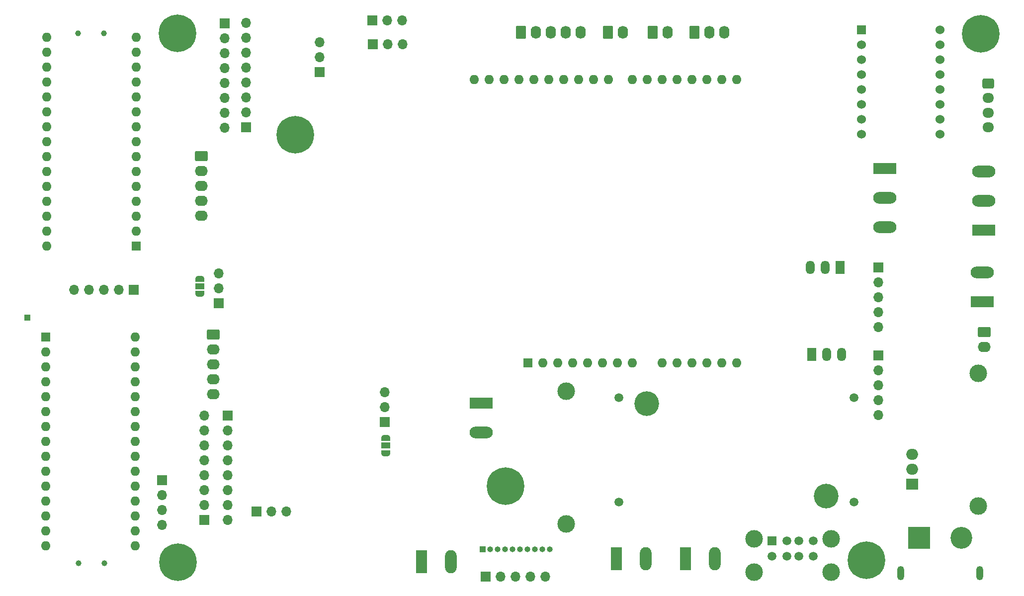
<source format=gbr>
%TF.GenerationSoftware,KiCad,Pcbnew,(6.0.0)*%
%TF.CreationDate,2022-05-16T13:53:17+01:00*%
%TF.ProjectId,RemoteLabs_supervisor_PCB,52656d6f-7465-44c6-9162-735f73757065,rev?*%
%TF.SameCoordinates,Original*%
%TF.FileFunction,Soldermask,Bot*%
%TF.FilePolarity,Negative*%
%FSLAX46Y46*%
G04 Gerber Fmt 4.6, Leading zero omitted, Abs format (unit mm)*
G04 Created by KiCad (PCBNEW (6.0.0)) date 2022-05-16 13:53:17*
%MOMM*%
%LPD*%
G01*
G04 APERTURE LIST*
G04 Aperture macros list*
%AMRoundRect*
0 Rectangle with rounded corners*
0 $1 Rounding radius*
0 $2 $3 $4 $5 $6 $7 $8 $9 X,Y pos of 4 corners*
0 Add a 4 corners polygon primitive as box body*
4,1,4,$2,$3,$4,$5,$6,$7,$8,$9,$2,$3,0*
0 Add four circle primitives for the rounded corners*
1,1,$1+$1,$2,$3*
1,1,$1+$1,$4,$5*
1,1,$1+$1,$6,$7*
1,1,$1+$1,$8,$9*
0 Add four rect primitives between the rounded corners*
20,1,$1+$1,$2,$3,$4,$5,0*
20,1,$1+$1,$4,$5,$6,$7,0*
20,1,$1+$1,$6,$7,$8,$9,0*
20,1,$1+$1,$8,$9,$2,$3,0*%
%AMFreePoly0*
4,1,22,0.550000,-0.750000,0.000000,-0.750000,0.000000,-0.745033,-0.079941,-0.743568,-0.215256,-0.701293,-0.333266,-0.622738,-0.424486,-0.514219,-0.481581,-0.384460,-0.499164,-0.250000,-0.500000,-0.250000,-0.500000,0.250000,-0.499164,0.250000,-0.499963,0.256109,-0.478152,0.396186,-0.417904,0.524511,-0.324060,0.630769,-0.204165,0.706417,-0.067858,0.745374,0.000000,0.744959,0.000000,0.750000,
0.550000,0.750000,0.550000,-0.750000,0.550000,-0.750000,$1*%
%AMFreePoly1*
4,1,20,0.000000,0.744959,0.073905,0.744508,0.209726,0.703889,0.328688,0.626782,0.421226,0.519385,0.479903,0.390333,0.500000,0.250000,0.500000,-0.250000,0.499851,-0.262216,0.476331,-0.402017,0.414519,-0.529596,0.319384,-0.634700,0.198574,-0.708877,0.061801,-0.746166,0.000000,-0.745033,0.000000,-0.750000,-0.550000,-0.750000,-0.550000,0.750000,0.000000,0.750000,0.000000,0.744959,
0.000000,0.744959,$1*%
G04 Aperture macros list end*
%ADD10R,1.700000X1.700000*%
%ADD11O,1.700000X1.700000*%
%ADD12RoundRect,0.250000X-0.725000X0.600000X-0.725000X-0.600000X0.725000X-0.600000X0.725000X0.600000X0*%
%ADD13O,1.950000X1.700000*%
%ADD14C,3.000000*%
%ADD15R,1.980000X3.960000*%
%ADD16O,1.980000X3.960000*%
%ADD17R,3.960000X1.980000*%
%ADD18O,3.960000X1.980000*%
%ADD19RoundRect,0.250000X-0.620000X-0.845000X0.620000X-0.845000X0.620000X0.845000X-0.620000X0.845000X0*%
%ADD20O,1.740000X2.190000*%
%ADD21R,1.500000X2.300000*%
%ADD22O,1.500000X2.300000*%
%ADD23R,1.000000X1.000000*%
%ADD24O,1.000000X1.000000*%
%ADD25RoundRect,0.250000X-0.845000X0.620000X-0.845000X-0.620000X0.845000X-0.620000X0.845000X0.620000X0*%
%ADD26O,2.190000X1.740000*%
%ADD27C,0.800000*%
%ADD28C,6.400000*%
%ADD29C,4.200000*%
%ADD30C,1.500000*%
%ADD31R,1.600000X1.600000*%
%ADD32O,1.600000X1.600000*%
%ADD33C,3.716000*%
%ADD34R,3.716000X3.716000*%
%ADD35O,1.200000X2.400000*%
%ADD36C,1.000000*%
%ADD37R,2.000000X1.905000*%
%ADD38O,2.000000X1.905000*%
%ADD39R,1.500000X1.500000*%
%ADD40R,1.524000X1.524000*%
%ADD41C,1.524000*%
%ADD42FreePoly0,90.000000*%
%ADD43R,1.500000X1.000000*%
%ADD44FreePoly1,90.000000*%
G04 APERTURE END LIST*
D10*
%TO.C,J20*%
X110439200Y-24942800D03*
D11*
X112979200Y-24942800D03*
X115519200Y-24942800D03*
%TD*%
D12*
%TO.C,J19*%
X215392000Y-35690800D03*
D13*
X215392000Y-38190800D03*
X215392000Y-40690800D03*
X215392000Y-43190800D03*
%TD*%
D14*
%TO.C,F2*%
X143510000Y-88138000D03*
X143510000Y-110738000D03*
%TD*%
D15*
%TO.C,J31*%
X152044400Y-116636800D03*
D16*
X157044400Y-116636800D03*
%TD*%
D17*
%TO.C,J17*%
X197805200Y-50178600D03*
D18*
X197805200Y-55178600D03*
X197805200Y-60178600D03*
%TD*%
D10*
%TO.C,J15*%
X101498400Y-33782000D03*
D11*
X101498400Y-31242000D03*
X101498400Y-28702000D03*
%TD*%
D19*
%TO.C,J24*%
X158242000Y-27025600D03*
D20*
X160782000Y-27025600D03*
%TD*%
D21*
%TO.C,U18*%
X190144400Y-67056000D03*
D22*
X187604400Y-67056000D03*
X185064400Y-67056000D03*
%TD*%
D10*
%TO.C,J9*%
X74625200Y-103286400D03*
D11*
X74625200Y-105826400D03*
X74625200Y-108366400D03*
X74625200Y-110906400D03*
%TD*%
D19*
%TO.C,J23*%
X150622000Y-26994800D03*
D20*
X153162000Y-26994800D03*
%TD*%
D10*
%TO.C,J14*%
X89001600Y-43180000D03*
D11*
X89001600Y-40640000D03*
X89001600Y-38100000D03*
X89001600Y-35560000D03*
X89001600Y-33020000D03*
X89001600Y-30480000D03*
X89001600Y-27940000D03*
X89001600Y-25400000D03*
%TD*%
D15*
%TO.C,J30*%
X163830000Y-116636800D03*
D16*
X168830000Y-116636800D03*
%TD*%
D23*
%TO.C,J32*%
X129250600Y-115062000D03*
D24*
X130520600Y-115062000D03*
X131790600Y-115062000D03*
X133060600Y-115062000D03*
X134330600Y-115062000D03*
X135600600Y-115062000D03*
X136870600Y-115062000D03*
X138140600Y-115062000D03*
X139410600Y-115062000D03*
X140680600Y-115062000D03*
%TD*%
D25*
%TO.C,J26*%
X83362800Y-78486000D03*
D26*
X83362800Y-81026000D03*
X83362800Y-83566000D03*
X83362800Y-86106000D03*
X83362800Y-88646000D03*
%TD*%
D10*
%TO.C,J29*%
X84328000Y-73137000D03*
D11*
X84328000Y-70597000D03*
X84328000Y-68057000D03*
%TD*%
D15*
%TO.C,J22*%
X118872000Y-117195600D03*
D16*
X123872000Y-117195600D03*
%TD*%
D27*
%TO.C,H5*%
X131449744Y-105989456D03*
X131449744Y-102595344D03*
X134843856Y-102595344D03*
X133146800Y-106692400D03*
D28*
X133146800Y-104292400D03*
D27*
X130746800Y-104292400D03*
X134843856Y-105989456D03*
X135546800Y-104292400D03*
X133146800Y-101892400D03*
%TD*%
D10*
%TO.C,J21*%
X110540800Y-29057600D03*
D11*
X113080800Y-29057600D03*
X115620800Y-29057600D03*
%TD*%
D29*
%TO.C,A5*%
X157251400Y-90271600D03*
X187782200Y-106019600D03*
D30*
X192506600Y-89204800D03*
X192506600Y-106984800D03*
X152501600Y-89204800D03*
X152501600Y-106984800D03*
%TD*%
D19*
%TO.C,J2*%
X165303200Y-27025600D03*
D20*
X167843200Y-27025600D03*
X170383200Y-27025600D03*
%TD*%
D14*
%TO.C,F1*%
X213715600Y-107696000D03*
X213715600Y-85096000D03*
%TD*%
D10*
%TO.C,J10*%
X85852000Y-92303600D03*
D11*
X85852000Y-94843600D03*
X85852000Y-97383600D03*
X85852000Y-99923600D03*
X85852000Y-102463600D03*
X85852000Y-105003600D03*
X85852000Y-107543600D03*
X85852000Y-110083600D03*
%TD*%
D27*
%TO.C,H1*%
X78963856Y-25430144D03*
X79666800Y-27127200D03*
X78963856Y-28824256D03*
X74866800Y-27127200D03*
X77266800Y-24727200D03*
X77266800Y-29527200D03*
D28*
X77266800Y-27127200D03*
D27*
X75569744Y-25430144D03*
X75569744Y-28824256D03*
%TD*%
D17*
%TO.C,J16*%
X128981200Y-90148200D03*
D18*
X128981200Y-95148200D03*
%TD*%
D17*
%TO.C,J18*%
X214579200Y-60706000D03*
D18*
X214579200Y-55706000D03*
X214579200Y-50706000D03*
%TD*%
D10*
%TO.C,J33*%
X196646800Y-81991200D03*
D11*
X196646800Y-84531200D03*
X196646800Y-87071200D03*
X196646800Y-89611200D03*
X196646800Y-92151200D03*
%TD*%
D27*
%TO.C,H2*%
X79065456Y-115549344D03*
X79768400Y-117246400D03*
X77368400Y-119646400D03*
X77368400Y-114846400D03*
X79065456Y-118943456D03*
X75671344Y-115549344D03*
X74968400Y-117246400D03*
D28*
X77368400Y-117246400D03*
D27*
X75671344Y-118943456D03*
%TD*%
D31*
%TO.C,A2*%
X70231000Y-63432923D03*
D32*
X70231000Y-60892923D03*
X70231000Y-58352923D03*
X70231000Y-55812923D03*
X70231000Y-53272923D03*
X70231000Y-50732923D03*
X70231000Y-48192923D03*
X70231000Y-45652923D03*
X70231000Y-43112923D03*
X70231000Y-40572923D03*
X70231000Y-38032923D03*
X70231000Y-35492923D03*
X70231000Y-32952923D03*
X70231000Y-30412923D03*
X70231000Y-27872923D03*
X54991000Y-27872923D03*
X54991000Y-30412923D03*
X54991000Y-32952923D03*
X54991000Y-35492923D03*
X54991000Y-38032923D03*
X54991000Y-40572923D03*
X54991000Y-43112923D03*
X54991000Y-45652923D03*
X54991000Y-48192923D03*
X54991000Y-50732923D03*
X54991000Y-53272923D03*
X54991000Y-55812923D03*
X54991000Y-58352923D03*
X54991000Y-60892923D03*
X54991000Y-63432923D03*
%TD*%
D10*
%TO.C,J36*%
X69850000Y-70866000D03*
D11*
X67310000Y-70866000D03*
X64770000Y-70866000D03*
X62230000Y-70866000D03*
X59690000Y-70866000D03*
%TD*%
D23*
%TO.C,J28*%
X51714400Y-75590400D03*
%TD*%
D21*
%TO.C,U1*%
X185318400Y-81838800D03*
D22*
X187858400Y-81838800D03*
X190398400Y-81838800D03*
%TD*%
D33*
%TO.C,J3*%
X210820000Y-113080800D03*
D34*
X203620000Y-113080800D03*
D35*
X200470000Y-119080800D03*
X213970000Y-119080800D03*
%TD*%
D25*
%TO.C,J1*%
X81330800Y-48056800D03*
D26*
X81330800Y-50596800D03*
X81330800Y-53136800D03*
X81330800Y-55676800D03*
X81330800Y-58216800D03*
%TD*%
D31*
%TO.C,A1*%
X54856000Y-78868500D03*
D32*
X54856000Y-81408500D03*
X54856000Y-83948500D03*
X54856000Y-86488500D03*
X54856000Y-89028500D03*
X54856000Y-91568500D03*
X54856000Y-94108500D03*
X54856000Y-96648500D03*
X54856000Y-99188500D03*
X54856000Y-101728500D03*
X54856000Y-104268500D03*
X54856000Y-106808500D03*
X54856000Y-109348500D03*
X54856000Y-111888500D03*
X54856000Y-114428500D03*
X70096000Y-114428500D03*
X70096000Y-111888500D03*
X70096000Y-109348500D03*
X70096000Y-106808500D03*
X70096000Y-104268500D03*
X70096000Y-101728500D03*
X70096000Y-99188500D03*
X70096000Y-96648500D03*
X70096000Y-94108500D03*
X70096000Y-91568500D03*
X70096000Y-89028500D03*
X70096000Y-86488500D03*
X70096000Y-83948500D03*
X70096000Y-81408500D03*
X70096000Y-78868500D03*
%TD*%
D36*
%TO.C,J7*%
X64806000Y-117444400D03*
X60406000Y-117444400D03*
%TD*%
D31*
%TO.C,A3*%
X136956800Y-83309520D03*
D32*
X139496800Y-83309520D03*
X142036800Y-83309520D03*
X144576800Y-83309520D03*
X147116800Y-83309520D03*
X149656800Y-83309520D03*
X152196800Y-83309520D03*
X154736800Y-83309520D03*
X159816800Y-83309520D03*
X162356800Y-83309520D03*
X164896800Y-83309520D03*
X167436800Y-83309520D03*
X169976800Y-83309520D03*
X172516800Y-83309520D03*
X172516800Y-35049520D03*
X169976800Y-35049520D03*
X167436800Y-35049520D03*
X164896800Y-35049520D03*
X162356800Y-35049520D03*
X159816800Y-35049520D03*
X157276800Y-35049520D03*
X154736800Y-35049520D03*
X150676800Y-35049520D03*
X148136800Y-35049520D03*
X145596800Y-35049520D03*
X143056800Y-35049520D03*
X140516800Y-35049520D03*
X137976800Y-35049520D03*
X135436800Y-35049520D03*
X132896800Y-35049520D03*
X130356800Y-35049520D03*
X127816800Y-35049520D03*
%TD*%
D37*
%TO.C,Q1*%
X202438000Y-103936800D03*
D38*
X202438000Y-101396800D03*
X202438000Y-98856800D03*
%TD*%
D19*
%TO.C,J25*%
X135788400Y-27025600D03*
D20*
X138328400Y-27025600D03*
X140868400Y-27025600D03*
X143408400Y-27025600D03*
X145948400Y-27025600D03*
%TD*%
D10*
%TO.C,J27*%
X112572800Y-93355400D03*
D11*
X112572800Y-90815400D03*
X112572800Y-88275400D03*
%TD*%
D10*
%TO.C,J11*%
X90779600Y-108610400D03*
D11*
X93319600Y-108610400D03*
X95859600Y-108610400D03*
%TD*%
D10*
%TO.C,J8*%
X81889600Y-110032800D03*
D11*
X81889600Y-107492800D03*
X81889600Y-104952800D03*
X81889600Y-102412800D03*
X81889600Y-99872800D03*
X81889600Y-97332800D03*
X81889600Y-94792800D03*
X81889600Y-92252800D03*
%TD*%
D27*
%TO.C,H6*%
X196362656Y-118638656D03*
X192968544Y-118638656D03*
X196362656Y-115244544D03*
D28*
X194665600Y-116941600D03*
D27*
X194665600Y-114541600D03*
X197065600Y-116941600D03*
X192265600Y-116941600D03*
X192968544Y-115244544D03*
X194665600Y-119341600D03*
%TD*%
%TO.C,H3*%
X215819056Y-28976656D03*
X216522000Y-27279600D03*
D28*
X214122000Y-27279600D03*
D27*
X215819056Y-25582544D03*
X212424944Y-25582544D03*
X214122000Y-29679600D03*
X212424944Y-28976656D03*
X214122000Y-24879600D03*
X211722000Y-27279600D03*
%TD*%
D10*
%TO.C,J34*%
X196646800Y-67061000D03*
D11*
X196646800Y-69601000D03*
X196646800Y-72141000D03*
X196646800Y-74681000D03*
X196646800Y-77221000D03*
%TD*%
D10*
%TO.C,J35*%
X129748200Y-119735600D03*
D11*
X132288200Y-119735600D03*
X134828200Y-119735600D03*
X137368200Y-119735600D03*
X139908200Y-119735600D03*
%TD*%
D25*
%TO.C,J4*%
X214731600Y-78079600D03*
D26*
X214731600Y-80619600D03*
%TD*%
D39*
%TO.C,J5*%
X178584000Y-113643600D03*
D30*
X181084000Y-113643600D03*
X183084000Y-113643600D03*
X185584000Y-113643600D03*
X178584000Y-116263600D03*
X181084000Y-116263600D03*
X183084000Y-116263600D03*
X185584000Y-116263600D03*
D14*
X188654000Y-118973600D03*
X188654000Y-113293600D03*
X175514000Y-118973600D03*
X175514000Y-113293600D03*
%TD*%
D17*
%TO.C,J6*%
X214376000Y-72847200D03*
D18*
X214376000Y-67847200D03*
%TD*%
D27*
%TO.C,H4*%
X99783600Y-44450000D03*
X97383600Y-42050000D03*
X99080656Y-42752944D03*
X97383600Y-46850000D03*
D28*
X97383600Y-44450000D03*
D27*
X99080656Y-46147056D03*
X95686544Y-42752944D03*
X95686544Y-46147056D03*
X94983600Y-44450000D03*
%TD*%
D36*
%TO.C,J13*%
X60365200Y-27132400D03*
X64765200Y-27132400D03*
%TD*%
D10*
%TO.C,J12*%
X85293200Y-25450800D03*
D11*
X85293200Y-27990800D03*
X85293200Y-30530800D03*
X85293200Y-33070800D03*
X85293200Y-35610800D03*
X85293200Y-38150800D03*
X85293200Y-40690800D03*
X85293200Y-43230800D03*
%TD*%
D40*
%TO.C,A4*%
X193802000Y-26568400D03*
D41*
X193802000Y-29108400D03*
X193802000Y-31648400D03*
X193802000Y-34188400D03*
X193802000Y-36728400D03*
X193802000Y-39268400D03*
X193802000Y-41808400D03*
X193802000Y-44348400D03*
X207137000Y-44348400D03*
X207137000Y-41808400D03*
X207137000Y-39268400D03*
X207137000Y-36728400D03*
X207137000Y-34188400D03*
X207137000Y-31648400D03*
X207137000Y-29108400D03*
X207137000Y-26568400D03*
%TD*%
D42*
%TO.C,JP1*%
X81127600Y-71556400D03*
D43*
X81127600Y-70256400D03*
D44*
X81127600Y-68956400D03*
%TD*%
D42*
%TO.C,JP2*%
X112776000Y-98683600D03*
D43*
X112776000Y-97383600D03*
D44*
X112776000Y-96083600D03*
%TD*%
M02*

</source>
